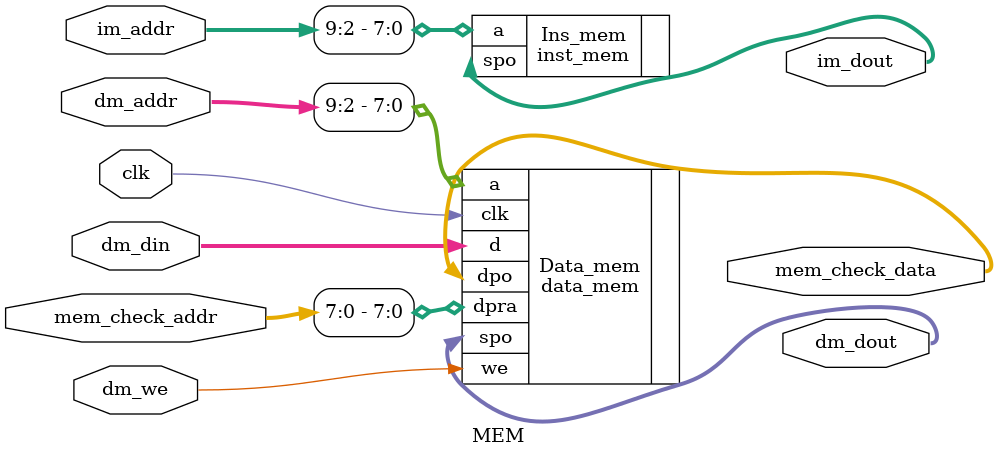
<source format=v>
`timescale 1ns / 1ps

module MEM(
    input clk,

    // MEM Data BUS with CPU
	// IM port
    input [31:0] im_addr,
    output [31:0] im_dout,

	// DM port
    input  [31:0] dm_addr,
    input dm_we,
    input  [31:0] dm_din,
    output [31:0] dm_dout,

    // MEM Debug BUS
    input [31:0] mem_check_addr,
    output [31:0] mem_check_data
);
   
   // Your IP here.
   // Remember that we need [9:2]?

    inst_mem Ins_mem (
        .a(im_addr[9:2]),       // input wire [7 : 0] a
        .spo(im_dout)           // output wire [31 : 0] spo
    );

    data_mem Data_mem (
        .a(dm_addr[9:2]),       // input wire [7 : 0] a
        .d(dm_din),             // input wire [31 : 0] d
        // .dpra(mem_check_addr[9:2]),  // input wire [7 : 0] dpra
        .dpra(mem_check_addr[7:0]),  // input wire [7 : 0] dpra
        .clk(clk),              // input wire clk
        .we(dm_we),             // input wire we
        .spo(dm_dout),          // output wire [31 : 0] spo
        .dpo(mem_check_data)    // output wire [31 : 0] dpo
    );
endmodule
</source>
